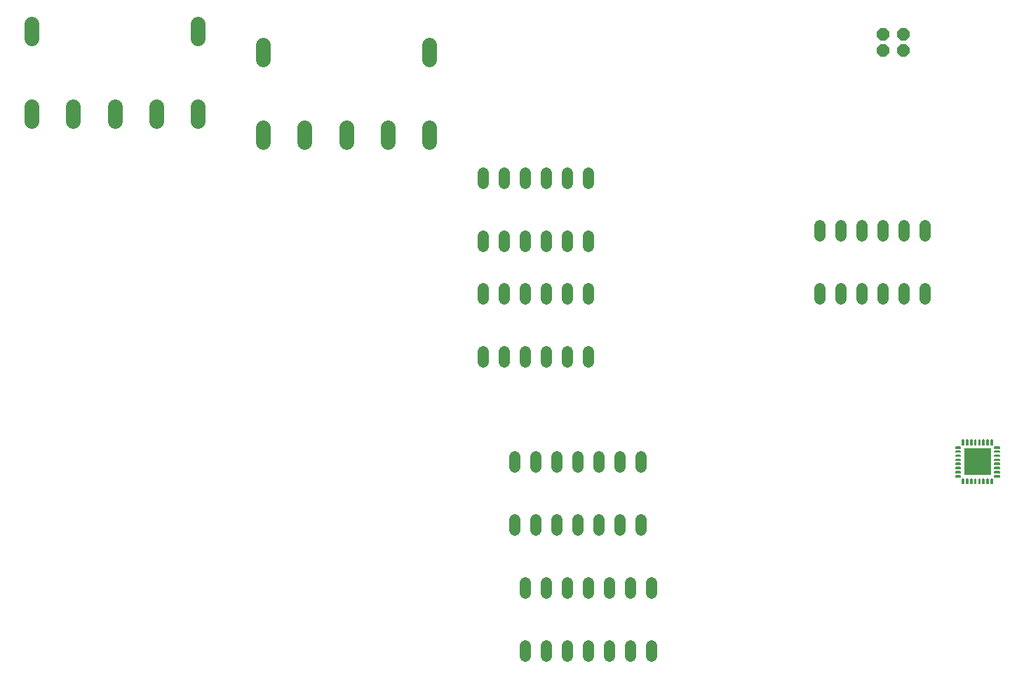
<source format=gbr>
G04 EAGLE Gerber RS-274X export*
G75*
%MOMM*%
%FSLAX34Y34*%
%LPD*%
%INTop Copper*%
%IPPOS*%
%AMOC8*
5,1,8,0,0,1.08239X$1,22.5*%
G01*
%ADD10P,1.578125X8X22.500000*%
%ADD11C,1.320800*%
%ADD12C,1.800000*%
%ADD13C,0.150000*%
%ADD14R,3.200000X3.200000*%


D10*
X1282500Y783700D03*
X1257500Y783700D03*
X1257500Y763700D03*
X1282500Y763700D03*
D11*
X1181100Y476504D02*
X1181100Y463296D01*
X1206500Y463296D02*
X1206500Y476504D01*
X1231900Y476504D02*
X1231900Y463296D01*
X1257300Y463296D02*
X1257300Y476504D01*
X1282700Y476504D02*
X1282700Y463296D01*
X1308100Y463296D02*
X1308100Y476504D01*
X1308100Y539496D02*
X1308100Y552704D01*
X1282700Y552704D02*
X1282700Y539496D01*
X1257300Y539496D02*
X1257300Y552704D01*
X1231900Y552704D02*
X1231900Y539496D01*
X1206500Y539496D02*
X1206500Y552704D01*
X1181100Y552704D02*
X1181100Y539496D01*
X774700Y540004D02*
X774700Y526796D01*
X800100Y526796D02*
X800100Y540004D01*
X825500Y540004D02*
X825500Y526796D01*
X850900Y526796D02*
X850900Y540004D01*
X876300Y540004D02*
X876300Y526796D01*
X901700Y526796D02*
X901700Y540004D01*
X901700Y602996D02*
X901700Y616204D01*
X876300Y616204D02*
X876300Y602996D01*
X850900Y602996D02*
X850900Y616204D01*
X825500Y616204D02*
X825500Y602996D01*
X800100Y602996D02*
X800100Y616204D01*
X774700Y616204D02*
X774700Y602996D01*
X774700Y400304D02*
X774700Y387096D01*
X800100Y387096D02*
X800100Y400304D01*
X825500Y400304D02*
X825500Y387096D01*
X850900Y387096D02*
X850900Y400304D01*
X876300Y400304D02*
X876300Y387096D01*
X901700Y387096D02*
X901700Y400304D01*
X901700Y463296D02*
X901700Y476504D01*
X876300Y476504D02*
X876300Y463296D01*
X850900Y463296D02*
X850900Y476504D01*
X825500Y476504D02*
X825500Y463296D01*
X800100Y463296D02*
X800100Y476504D01*
X774700Y476504D02*
X774700Y463296D01*
X812800Y197104D02*
X812800Y183896D01*
X838200Y183896D02*
X838200Y197104D01*
X965200Y197104D02*
X965200Y183896D01*
X965200Y260096D02*
X965200Y273304D01*
X863600Y197104D02*
X863600Y183896D01*
X889000Y183896D02*
X889000Y197104D01*
X939800Y197104D02*
X939800Y183896D01*
X914400Y183896D02*
X914400Y197104D01*
X939800Y260096D02*
X939800Y273304D01*
X914400Y273304D02*
X914400Y260096D01*
X889000Y260096D02*
X889000Y273304D01*
X863600Y273304D02*
X863600Y260096D01*
X838200Y260096D02*
X838200Y273304D01*
X812800Y273304D02*
X812800Y260096D01*
X825500Y44704D02*
X825500Y31496D01*
X850900Y31496D02*
X850900Y44704D01*
X977900Y44704D02*
X977900Y31496D01*
X977900Y107696D02*
X977900Y120904D01*
X876300Y44704D02*
X876300Y31496D01*
X901700Y31496D02*
X901700Y44704D01*
X952500Y44704D02*
X952500Y31496D01*
X927100Y31496D02*
X927100Y44704D01*
X952500Y107696D02*
X952500Y120904D01*
X927100Y120904D02*
X927100Y107696D01*
X901700Y107696D02*
X901700Y120904D01*
X876300Y120904D02*
X876300Y107696D01*
X850900Y107696D02*
X850900Y120904D01*
X825500Y120904D02*
X825500Y107696D01*
D12*
X559600Y652900D02*
X559600Y670900D01*
X609600Y670900D02*
X609600Y652900D01*
X659600Y652900D02*
X659600Y670900D01*
X509600Y670900D02*
X509600Y652900D01*
X709600Y652900D02*
X709600Y670900D01*
X709600Y752900D02*
X709600Y770900D01*
X509600Y770900D02*
X509600Y752900D01*
X280200Y696300D02*
X280200Y678300D01*
X330200Y678300D02*
X330200Y696300D01*
X380200Y696300D02*
X380200Y678300D01*
X230200Y678300D02*
X230200Y696300D01*
X430200Y696300D02*
X430200Y678300D01*
X430200Y778300D02*
X430200Y796300D01*
X230200Y796300D02*
X230200Y778300D01*
D13*
X1345350Y283450D02*
X1350850Y283450D01*
X1345350Y283450D02*
X1345350Y284950D01*
X1350850Y284950D01*
X1350850Y283450D01*
X1350850Y284875D02*
X1345350Y284875D01*
X1345350Y278450D02*
X1350850Y278450D01*
X1345350Y278450D02*
X1345350Y279950D01*
X1350850Y279950D01*
X1350850Y278450D01*
X1350850Y279875D02*
X1345350Y279875D01*
X1345350Y273450D02*
X1350850Y273450D01*
X1345350Y273450D02*
X1345350Y274950D01*
X1350850Y274950D01*
X1350850Y273450D01*
X1350850Y274875D02*
X1345350Y274875D01*
X1345350Y268450D02*
X1350850Y268450D01*
X1345350Y268450D02*
X1345350Y269950D01*
X1350850Y269950D01*
X1350850Y268450D01*
X1350850Y269875D02*
X1345350Y269875D01*
X1345350Y263450D02*
X1350850Y263450D01*
X1345350Y263450D02*
X1345350Y264950D01*
X1350850Y264950D01*
X1350850Y263450D01*
X1350850Y264875D02*
X1345350Y264875D01*
X1345350Y258450D02*
X1350850Y258450D01*
X1345350Y258450D02*
X1345350Y259950D01*
X1350850Y259950D01*
X1350850Y258450D01*
X1350850Y259875D02*
X1345350Y259875D01*
X1345350Y253450D02*
X1350850Y253450D01*
X1345350Y253450D02*
X1345350Y254950D01*
X1350850Y254950D01*
X1350850Y253450D01*
X1350850Y254875D02*
X1345350Y254875D01*
X1345350Y248450D02*
X1350850Y248450D01*
X1345350Y248450D02*
X1345350Y249950D01*
X1350850Y249950D01*
X1350850Y248450D01*
X1350850Y249875D02*
X1345350Y249875D01*
X1353350Y240450D02*
X1354850Y240450D01*
X1353350Y240450D02*
X1353350Y245950D01*
X1354850Y245950D01*
X1354850Y240450D01*
X1354850Y241875D02*
X1353350Y241875D01*
X1353350Y243300D02*
X1354850Y243300D01*
X1354850Y244725D02*
X1353350Y244725D01*
X1358350Y240450D02*
X1359850Y240450D01*
X1358350Y240450D02*
X1358350Y245950D01*
X1359850Y245950D01*
X1359850Y240450D01*
X1359850Y241875D02*
X1358350Y241875D01*
X1358350Y243300D02*
X1359850Y243300D01*
X1359850Y244725D02*
X1358350Y244725D01*
X1363350Y240450D02*
X1364850Y240450D01*
X1363350Y240450D02*
X1363350Y245950D01*
X1364850Y245950D01*
X1364850Y240450D01*
X1364850Y241875D02*
X1363350Y241875D01*
X1363350Y243300D02*
X1364850Y243300D01*
X1364850Y244725D02*
X1363350Y244725D01*
X1368350Y240450D02*
X1369850Y240450D01*
X1368350Y240450D02*
X1368350Y245950D01*
X1369850Y245950D01*
X1369850Y240450D01*
X1369850Y241875D02*
X1368350Y241875D01*
X1368350Y243300D02*
X1369850Y243300D01*
X1369850Y244725D02*
X1368350Y244725D01*
X1373350Y240450D02*
X1374850Y240450D01*
X1373350Y240450D02*
X1373350Y245950D01*
X1374850Y245950D01*
X1374850Y240450D01*
X1374850Y241875D02*
X1373350Y241875D01*
X1373350Y243300D02*
X1374850Y243300D01*
X1374850Y244725D02*
X1373350Y244725D01*
X1378350Y240450D02*
X1379850Y240450D01*
X1378350Y240450D02*
X1378350Y245950D01*
X1379850Y245950D01*
X1379850Y240450D01*
X1379850Y241875D02*
X1378350Y241875D01*
X1378350Y243300D02*
X1379850Y243300D01*
X1379850Y244725D02*
X1378350Y244725D01*
X1383350Y240450D02*
X1384850Y240450D01*
X1383350Y240450D02*
X1383350Y245950D01*
X1384850Y245950D01*
X1384850Y240450D01*
X1384850Y241875D02*
X1383350Y241875D01*
X1383350Y243300D02*
X1384850Y243300D01*
X1384850Y244725D02*
X1383350Y244725D01*
X1388350Y240450D02*
X1389850Y240450D01*
X1388350Y240450D02*
X1388350Y245950D01*
X1389850Y245950D01*
X1389850Y240450D01*
X1389850Y241875D02*
X1388350Y241875D01*
X1388350Y243300D02*
X1389850Y243300D01*
X1389850Y244725D02*
X1388350Y244725D01*
X1392350Y248450D02*
X1397850Y248450D01*
X1392350Y248450D02*
X1392350Y249950D01*
X1397850Y249950D01*
X1397850Y248450D01*
X1397850Y249875D02*
X1392350Y249875D01*
X1392350Y253450D02*
X1397850Y253450D01*
X1392350Y253450D02*
X1392350Y254950D01*
X1397850Y254950D01*
X1397850Y253450D01*
X1397850Y254875D02*
X1392350Y254875D01*
X1392350Y258450D02*
X1397850Y258450D01*
X1392350Y258450D02*
X1392350Y259950D01*
X1397850Y259950D01*
X1397850Y258450D01*
X1397850Y259875D02*
X1392350Y259875D01*
X1392350Y263450D02*
X1397850Y263450D01*
X1392350Y263450D02*
X1392350Y264950D01*
X1397850Y264950D01*
X1397850Y263450D01*
X1397850Y264875D02*
X1392350Y264875D01*
X1392350Y268450D02*
X1397850Y268450D01*
X1392350Y268450D02*
X1392350Y269950D01*
X1397850Y269950D01*
X1397850Y268450D01*
X1397850Y269875D02*
X1392350Y269875D01*
X1392350Y273450D02*
X1397850Y273450D01*
X1392350Y273450D02*
X1392350Y274950D01*
X1397850Y274950D01*
X1397850Y273450D01*
X1397850Y274875D02*
X1392350Y274875D01*
X1392350Y278450D02*
X1397850Y278450D01*
X1392350Y278450D02*
X1392350Y279950D01*
X1397850Y279950D01*
X1397850Y278450D01*
X1397850Y279875D02*
X1392350Y279875D01*
X1392350Y283450D02*
X1397850Y283450D01*
X1392350Y283450D02*
X1392350Y284950D01*
X1397850Y284950D01*
X1397850Y283450D01*
X1397850Y284875D02*
X1392350Y284875D01*
X1389850Y287450D02*
X1388350Y287450D01*
X1388350Y292950D01*
X1389850Y292950D01*
X1389850Y287450D01*
X1389850Y288875D02*
X1388350Y288875D01*
X1388350Y290300D02*
X1389850Y290300D01*
X1389850Y291725D02*
X1388350Y291725D01*
X1384850Y287450D02*
X1383350Y287450D01*
X1383350Y292950D01*
X1384850Y292950D01*
X1384850Y287450D01*
X1384850Y288875D02*
X1383350Y288875D01*
X1383350Y290300D02*
X1384850Y290300D01*
X1384850Y291725D02*
X1383350Y291725D01*
X1379850Y287450D02*
X1378350Y287450D01*
X1378350Y292950D01*
X1379850Y292950D01*
X1379850Y287450D01*
X1379850Y288875D02*
X1378350Y288875D01*
X1378350Y290300D02*
X1379850Y290300D01*
X1379850Y291725D02*
X1378350Y291725D01*
X1374850Y287450D02*
X1373350Y287450D01*
X1373350Y292950D01*
X1374850Y292950D01*
X1374850Y287450D01*
X1374850Y288875D02*
X1373350Y288875D01*
X1373350Y290300D02*
X1374850Y290300D01*
X1374850Y291725D02*
X1373350Y291725D01*
X1369850Y287450D02*
X1368350Y287450D01*
X1368350Y292950D01*
X1369850Y292950D01*
X1369850Y287450D01*
X1369850Y288875D02*
X1368350Y288875D01*
X1368350Y290300D02*
X1369850Y290300D01*
X1369850Y291725D02*
X1368350Y291725D01*
X1364850Y287450D02*
X1363350Y287450D01*
X1363350Y292950D01*
X1364850Y292950D01*
X1364850Y287450D01*
X1364850Y288875D02*
X1363350Y288875D01*
X1363350Y290300D02*
X1364850Y290300D01*
X1364850Y291725D02*
X1363350Y291725D01*
X1359850Y287450D02*
X1358350Y287450D01*
X1358350Y292950D01*
X1359850Y292950D01*
X1359850Y287450D01*
X1359850Y288875D02*
X1358350Y288875D01*
X1358350Y290300D02*
X1359850Y290300D01*
X1359850Y291725D02*
X1358350Y291725D01*
X1354850Y287450D02*
X1353350Y287450D01*
X1353350Y292950D01*
X1354850Y292950D01*
X1354850Y287450D01*
X1354850Y288875D02*
X1353350Y288875D01*
X1353350Y290300D02*
X1354850Y290300D01*
X1354850Y291725D02*
X1353350Y291725D01*
D14*
X1371600Y266700D03*
M02*

</source>
